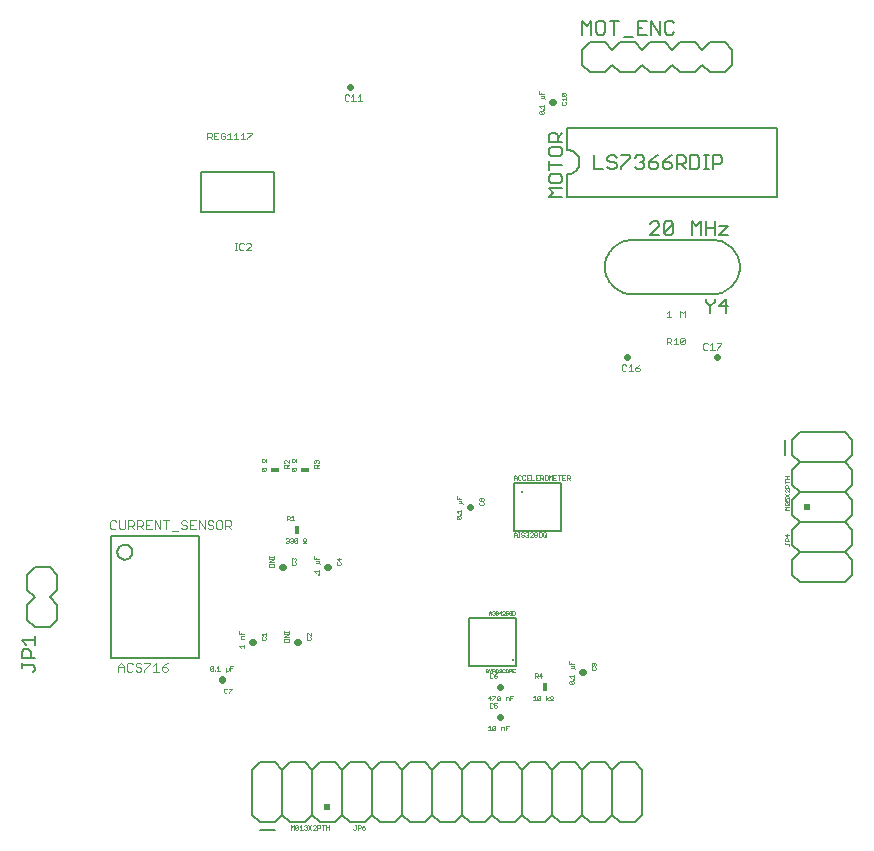
<source format=gto>
G75*
G70*
%OFA0B0*%
%FSLAX24Y24*%
%IPPOS*%
%LPD*%
%AMOC8*
5,1,8,0,0,1.08239X$1,22.5*
%
%ADD10C,0.0050*%
%ADD11C,0.0030*%
%ADD12C,0.0220*%
%ADD13C,0.0010*%
%ADD14R,0.0180X0.0300*%
%ADD15R,0.0300X0.0180*%
%ADD16C,0.0079*%
%ADD17C,0.0118*%
%ADD18C,0.0060*%
%ADD19C,0.0080*%
%ADD20C,0.0020*%
%ADD21R,0.0200X0.0200*%
D10*
X000780Y005595D02*
X000855Y005670D01*
X000855Y005745D01*
X000780Y005820D01*
X000405Y005820D01*
X000405Y005745D02*
X000405Y005895D01*
X000405Y006055D02*
X000405Y006281D01*
X000480Y006356D01*
X000630Y006356D01*
X000705Y006281D01*
X000705Y006055D01*
X000855Y006055D02*
X000405Y006055D01*
X000555Y006516D02*
X000405Y006666D01*
X000855Y006666D01*
X000855Y006516D02*
X000855Y006816D01*
X003374Y006072D02*
X003374Y010128D01*
X006326Y010128D01*
X006326Y006072D01*
X003374Y006072D01*
X003600Y009600D02*
X003602Y009631D01*
X003608Y009662D01*
X003618Y009692D01*
X003631Y009720D01*
X003648Y009747D01*
X003668Y009771D01*
X003691Y009793D01*
X003716Y009811D01*
X003744Y009826D01*
X003773Y009838D01*
X003803Y009846D01*
X003834Y009850D01*
X003866Y009850D01*
X003897Y009846D01*
X003927Y009838D01*
X003956Y009826D01*
X003984Y009811D01*
X004009Y009793D01*
X004032Y009771D01*
X004052Y009747D01*
X004069Y009720D01*
X004082Y009692D01*
X004092Y009662D01*
X004098Y009631D01*
X004100Y009600D01*
X004098Y009569D01*
X004092Y009538D01*
X004082Y009508D01*
X004069Y009480D01*
X004052Y009453D01*
X004032Y009429D01*
X004009Y009407D01*
X003984Y009389D01*
X003956Y009374D01*
X003927Y009362D01*
X003897Y009354D01*
X003866Y009350D01*
X003834Y009350D01*
X003803Y009354D01*
X003773Y009362D01*
X003744Y009374D01*
X003716Y009389D01*
X003691Y009407D01*
X003668Y009429D01*
X003648Y009453D01*
X003631Y009480D01*
X003618Y009508D01*
X003608Y009538D01*
X003602Y009569D01*
X003600Y009600D01*
X015313Y007387D02*
X015313Y005813D01*
X016887Y005813D01*
X016887Y007387D01*
X015313Y007387D01*
X016813Y010313D02*
X018387Y010313D01*
X018387Y011887D01*
X016813Y011887D01*
X016813Y010313D01*
X023354Y017575D02*
X023354Y017800D01*
X023504Y017950D01*
X023504Y018025D01*
X023354Y017800D02*
X023204Y017950D01*
X023204Y018025D01*
X023665Y017800D02*
X023965Y017800D01*
X023890Y017575D02*
X023890Y018025D01*
X023665Y017800D01*
X023665Y020175D02*
X023965Y020175D01*
X023965Y020475D02*
X023665Y020475D01*
X023504Y020400D02*
X023204Y020400D01*
X023204Y020175D02*
X023204Y020625D01*
X023044Y020625D02*
X023044Y020175D01*
X022744Y020175D02*
X022744Y020625D01*
X022894Y020475D01*
X023044Y020625D01*
X023504Y020625D02*
X023504Y020175D01*
X023665Y020175D02*
X023965Y020475D01*
X022123Y020550D02*
X022123Y020250D01*
X022048Y020175D01*
X021898Y020175D01*
X021823Y020250D01*
X022123Y020550D01*
X022048Y020625D01*
X021898Y020625D01*
X021823Y020550D01*
X021823Y020250D01*
X021663Y020175D02*
X021363Y020175D01*
X021663Y020475D01*
X021663Y020550D01*
X021588Y020625D01*
X021438Y020625D01*
X021363Y020550D01*
X021392Y022375D02*
X021542Y022375D01*
X021617Y022450D01*
X021617Y022525D01*
X021542Y022600D01*
X021317Y022600D01*
X021317Y022450D01*
X021392Y022375D01*
X021317Y022600D02*
X021467Y022750D01*
X021617Y022825D01*
X021777Y022600D02*
X022002Y022600D01*
X022077Y022525D01*
X022077Y022450D01*
X022002Y022375D01*
X021852Y022375D01*
X021777Y022450D01*
X021777Y022600D01*
X021927Y022750D01*
X022077Y022825D01*
X022237Y022825D02*
X022463Y022825D01*
X022538Y022750D01*
X022538Y022600D01*
X022463Y022525D01*
X022237Y022525D01*
X022237Y022375D02*
X022237Y022825D01*
X022387Y022525D02*
X022538Y022375D01*
X022698Y022375D02*
X022923Y022375D01*
X022998Y022450D01*
X022998Y022750D01*
X022923Y022825D01*
X022698Y022825D01*
X022698Y022375D01*
X023158Y022375D02*
X023308Y022375D01*
X023233Y022375D02*
X023233Y022825D01*
X023158Y022825D02*
X023308Y022825D01*
X023465Y022825D02*
X023690Y022825D01*
X023765Y022750D01*
X023765Y022600D01*
X023690Y022525D01*
X023465Y022525D01*
X023465Y022375D02*
X023465Y022825D01*
X021156Y022750D02*
X021156Y022675D01*
X021081Y022600D01*
X021156Y022525D01*
X021156Y022450D01*
X021081Y022375D01*
X020931Y022375D01*
X020856Y022450D01*
X021006Y022600D02*
X021081Y022600D01*
X021156Y022750D02*
X021081Y022825D01*
X020931Y022825D01*
X020856Y022750D01*
X020696Y022750D02*
X020396Y022450D01*
X020396Y022375D01*
X020236Y022450D02*
X020236Y022525D01*
X020161Y022600D01*
X020010Y022600D01*
X019935Y022675D01*
X019935Y022750D01*
X020010Y022825D01*
X020161Y022825D01*
X020236Y022750D01*
X020396Y022825D02*
X020696Y022825D01*
X020696Y022750D01*
X020236Y022450D02*
X020161Y022375D01*
X020010Y022375D01*
X019935Y022450D01*
X019775Y022375D02*
X019475Y022375D01*
X019475Y022825D01*
X018425Y022881D02*
X018425Y023031D01*
X018350Y023106D01*
X018050Y023106D01*
X017975Y023031D01*
X017975Y022881D01*
X018050Y022806D01*
X018350Y022806D01*
X018425Y022881D01*
X018425Y022496D02*
X017975Y022496D01*
X017975Y022346D02*
X017975Y022646D01*
X018050Y022186D02*
X017975Y022111D01*
X017975Y021960D01*
X018050Y021885D01*
X018350Y021885D01*
X018425Y021960D01*
X018425Y022111D01*
X018350Y022186D01*
X018050Y022186D01*
X017975Y021725D02*
X018425Y021725D01*
X018425Y021425D02*
X017975Y021425D01*
X018125Y021575D01*
X017975Y021725D01*
X017975Y023267D02*
X017975Y023492D01*
X018050Y023567D01*
X018200Y023567D01*
X018275Y023492D01*
X018275Y023267D01*
X018275Y023417D02*
X018425Y023567D01*
X018425Y023267D02*
X017975Y023267D01*
X019095Y026845D02*
X019095Y027295D01*
X019245Y027145D01*
X019395Y027295D01*
X019395Y026845D01*
X019555Y026920D02*
X019555Y027220D01*
X019630Y027295D01*
X019781Y027295D01*
X019856Y027220D01*
X019856Y026920D01*
X019781Y026845D01*
X019630Y026845D01*
X019555Y026920D01*
X020016Y027295D02*
X020316Y027295D01*
X020166Y027295D02*
X020166Y026845D01*
X020476Y026770D02*
X020776Y026770D01*
X020937Y026845D02*
X021237Y026845D01*
X021397Y026845D02*
X021397Y027295D01*
X021697Y026845D01*
X021697Y027295D01*
X021857Y027220D02*
X021857Y026920D01*
X021932Y026845D01*
X022083Y026845D01*
X022158Y026920D01*
X022158Y027220D02*
X022083Y027295D01*
X021932Y027295D01*
X021857Y027220D01*
X021237Y027295D02*
X020937Y027295D01*
X020937Y026845D01*
X020937Y027070D02*
X021087Y027070D01*
D11*
X007341Y010655D02*
X007389Y010607D01*
X007389Y010510D01*
X007341Y010462D01*
X007195Y010462D01*
X007195Y010365D02*
X007195Y010655D01*
X007341Y010655D01*
X007292Y010462D02*
X007389Y010365D01*
X007094Y010413D02*
X007094Y010607D01*
X007046Y010655D01*
X006949Y010655D01*
X006901Y010607D01*
X006901Y010413D01*
X006949Y010365D01*
X007046Y010365D01*
X007094Y010413D01*
X006800Y010413D02*
X006751Y010365D01*
X006655Y010365D01*
X006606Y010413D01*
X006655Y010510D02*
X006751Y010510D01*
X006800Y010462D01*
X006800Y010413D01*
X006655Y010510D02*
X006606Y010558D01*
X006606Y010607D01*
X006655Y010655D01*
X006751Y010655D01*
X006800Y010607D01*
X006505Y010655D02*
X006505Y010365D01*
X006312Y010655D01*
X006312Y010365D01*
X006210Y010365D02*
X006017Y010365D01*
X006017Y010655D01*
X006210Y010655D01*
X006114Y010510D02*
X006017Y010510D01*
X005916Y010462D02*
X005916Y010413D01*
X005867Y010365D01*
X005771Y010365D01*
X005722Y010413D01*
X005771Y010510D02*
X005722Y010558D01*
X005722Y010607D01*
X005771Y010655D01*
X005867Y010655D01*
X005916Y010607D01*
X005867Y010510D02*
X005916Y010462D01*
X005867Y010510D02*
X005771Y010510D01*
X005621Y010317D02*
X005428Y010317D01*
X005230Y010365D02*
X005230Y010655D01*
X005326Y010655D02*
X005133Y010655D01*
X005032Y010655D02*
X005032Y010365D01*
X004838Y010655D01*
X004838Y010365D01*
X004737Y010365D02*
X004544Y010365D01*
X004544Y010655D01*
X004737Y010655D01*
X004640Y010510D02*
X004544Y010510D01*
X004442Y010510D02*
X004394Y010462D01*
X004249Y010462D01*
X004346Y010462D02*
X004442Y010365D01*
X004442Y010510D02*
X004442Y010607D01*
X004394Y010655D01*
X004249Y010655D01*
X004249Y010365D01*
X004148Y010365D02*
X004051Y010462D01*
X004099Y010462D02*
X003954Y010462D01*
X003954Y010365D02*
X003954Y010655D01*
X004099Y010655D01*
X004148Y010607D01*
X004148Y010510D01*
X004099Y010462D01*
X003853Y010413D02*
X003805Y010365D01*
X003708Y010365D01*
X003660Y010413D01*
X003660Y010655D01*
X003558Y010607D02*
X003510Y010655D01*
X003413Y010655D01*
X003365Y010607D01*
X003365Y010413D01*
X003413Y010365D01*
X003510Y010365D01*
X003558Y010413D01*
X003853Y010413D02*
X003853Y010655D01*
X003958Y005905D02*
X003910Y005857D01*
X003910Y005663D01*
X003958Y005615D01*
X004055Y005615D01*
X004103Y005663D01*
X004204Y005663D02*
X004253Y005615D01*
X004349Y005615D01*
X004398Y005663D01*
X004398Y005712D01*
X004349Y005760D01*
X004253Y005760D01*
X004204Y005808D01*
X004204Y005857D01*
X004253Y005905D01*
X004349Y005905D01*
X004398Y005857D01*
X004499Y005905D02*
X004692Y005905D01*
X004692Y005857D01*
X004499Y005663D01*
X004499Y005615D01*
X004794Y005615D02*
X004987Y005615D01*
X004890Y005615D02*
X004890Y005905D01*
X004794Y005808D01*
X005088Y005760D02*
X005233Y005760D01*
X005282Y005712D01*
X005282Y005663D01*
X005233Y005615D01*
X005137Y005615D01*
X005088Y005663D01*
X005088Y005760D01*
X005185Y005857D01*
X005282Y005905D01*
X004103Y005857D02*
X004055Y005905D01*
X003958Y005905D01*
X003808Y005808D02*
X003808Y005615D01*
X003808Y005760D02*
X003615Y005760D01*
X003615Y005808D02*
X003712Y005905D01*
X003808Y005808D01*
X003615Y005808D02*
X003615Y005615D01*
D12*
X007100Y005362D02*
X007100Y005338D01*
X008088Y006600D02*
X008112Y006600D01*
X009588Y006600D02*
X009612Y006600D01*
X009112Y009100D02*
X009088Y009100D01*
X010588Y009100D02*
X010612Y009100D01*
X015338Y011100D02*
X015362Y011100D01*
X020600Y016088D02*
X020600Y016112D01*
X023600Y016112D02*
X023600Y016088D01*
X018112Y024600D02*
X018088Y024600D01*
X011350Y025088D02*
X011350Y025112D01*
X019088Y005600D02*
X019112Y005600D01*
X016350Y005112D02*
X016350Y005088D01*
X016350Y004112D02*
X016350Y004088D01*
D13*
X016177Y003805D02*
X016202Y003780D01*
X016102Y003680D01*
X016127Y003655D01*
X016177Y003655D01*
X016202Y003680D01*
X016202Y003780D01*
X016177Y003805D02*
X016127Y003805D01*
X016102Y003780D01*
X016102Y003680D01*
X016055Y003655D02*
X015955Y003655D01*
X016005Y003655D02*
X016005Y003805D01*
X015955Y003755D01*
X016397Y003755D02*
X016472Y003755D01*
X016497Y003730D01*
X016497Y003655D01*
X016544Y003655D02*
X016544Y003805D01*
X016644Y003805D01*
X016594Y003730D02*
X016544Y003730D01*
X016397Y003755D02*
X016397Y003655D01*
X016227Y004405D02*
X016177Y004405D01*
X016152Y004430D01*
X016105Y004430D02*
X016080Y004405D01*
X016030Y004405D01*
X016005Y004430D01*
X016005Y004530D01*
X016030Y004555D01*
X016080Y004555D01*
X016105Y004530D01*
X016152Y004555D02*
X016152Y004480D01*
X016202Y004505D01*
X016227Y004505D01*
X016252Y004480D01*
X016252Y004430D01*
X016227Y004405D01*
X016252Y004555D02*
X016152Y004555D01*
X016102Y004655D02*
X016102Y004680D01*
X016202Y004780D01*
X016202Y004805D01*
X016102Y004805D01*
X016030Y004805D02*
X015955Y004730D01*
X016055Y004730D01*
X016030Y004655D02*
X016030Y004805D01*
X016250Y004780D02*
X016250Y004680D01*
X016350Y004780D01*
X016350Y004680D01*
X016325Y004655D01*
X016275Y004655D01*
X016250Y004680D01*
X016250Y004780D02*
X016275Y004805D01*
X016325Y004805D01*
X016350Y004780D01*
X016544Y004755D02*
X016619Y004755D01*
X016644Y004730D01*
X016644Y004655D01*
X016692Y004655D02*
X016692Y004805D01*
X016792Y004805D01*
X016742Y004730D02*
X016692Y004730D01*
X016544Y004755D02*
X016544Y004655D01*
X016227Y005405D02*
X016252Y005430D01*
X016252Y005455D01*
X016227Y005480D01*
X016152Y005480D01*
X016152Y005430D01*
X016177Y005405D01*
X016227Y005405D01*
X016152Y005480D02*
X016202Y005530D01*
X016252Y005555D01*
X016265Y005589D02*
X016283Y005608D01*
X016283Y005681D01*
X016265Y005699D01*
X016228Y005699D01*
X016210Y005681D01*
X016210Y005608D01*
X016228Y005589D01*
X016265Y005589D01*
X016320Y005608D02*
X016339Y005589D01*
X016375Y005589D01*
X016394Y005608D01*
X016394Y005626D01*
X016375Y005644D01*
X016339Y005644D01*
X016320Y005663D01*
X016320Y005681D01*
X016339Y005699D01*
X016375Y005699D01*
X016394Y005681D01*
X016431Y005681D02*
X016431Y005608D01*
X016449Y005589D01*
X016486Y005589D01*
X016504Y005608D01*
X016541Y005608D02*
X016560Y005589D01*
X016596Y005589D01*
X016615Y005608D01*
X016615Y005681D01*
X016596Y005699D01*
X016560Y005699D01*
X016541Y005681D01*
X016541Y005608D01*
X016504Y005681D02*
X016486Y005699D01*
X016449Y005699D01*
X016431Y005681D01*
X016652Y005699D02*
X016652Y005589D01*
X016652Y005626D02*
X016707Y005626D01*
X016725Y005644D01*
X016725Y005681D01*
X016707Y005699D01*
X016652Y005699D01*
X016762Y005699D02*
X016762Y005589D01*
X016836Y005589D01*
X016799Y005644D02*
X016762Y005644D01*
X016762Y005699D02*
X016836Y005699D01*
X016173Y005681D02*
X016173Y005644D01*
X016154Y005626D01*
X016099Y005626D01*
X016099Y005589D02*
X016099Y005699D01*
X016154Y005699D01*
X016173Y005681D01*
X016136Y005626D02*
X016173Y005589D01*
X016105Y005530D02*
X016080Y005555D01*
X016030Y005555D01*
X016005Y005530D01*
X016005Y005430D01*
X016030Y005405D01*
X016080Y005405D01*
X016105Y005430D01*
X016025Y005589D02*
X016025Y005644D01*
X016062Y005681D01*
X016062Y005699D01*
X016025Y005644D02*
X015989Y005681D01*
X015989Y005699D01*
X015952Y005681D02*
X015933Y005699D01*
X015897Y005699D01*
X015878Y005681D01*
X015878Y005608D01*
X015897Y005589D01*
X015933Y005589D01*
X015952Y005608D01*
X015952Y005644D01*
X015915Y005644D01*
X017455Y004755D02*
X017505Y004805D01*
X017505Y004655D01*
X017455Y004655D02*
X017555Y004655D01*
X017602Y004680D02*
X017702Y004780D01*
X017702Y004680D01*
X017677Y004655D01*
X017627Y004655D01*
X017602Y004680D01*
X017602Y004780D01*
X017627Y004805D01*
X017677Y004805D01*
X017702Y004780D01*
X017897Y004805D02*
X017897Y004655D01*
X017897Y004705D02*
X017972Y004755D01*
X018020Y004730D02*
X018020Y004780D01*
X018045Y004805D01*
X018095Y004805D01*
X018120Y004780D01*
X018120Y004730D01*
X018095Y004705D01*
X018095Y004655D01*
X018120Y004655D01*
X018045Y004655D02*
X018045Y004705D01*
X018020Y004730D01*
X018020Y004655D02*
X018045Y004655D01*
X017972Y004655D02*
X017897Y004705D01*
X017727Y005405D02*
X017727Y005555D01*
X017652Y005480D01*
X017752Y005480D01*
X017605Y005480D02*
X017580Y005455D01*
X017505Y005455D01*
X017505Y005405D02*
X017505Y005555D01*
X017580Y005555D01*
X017605Y005530D01*
X017605Y005480D01*
X017555Y005455D02*
X017605Y005405D01*
X018655Y005466D02*
X018805Y005466D01*
X018805Y005416D02*
X018805Y005516D01*
X018705Y005416D02*
X018655Y005466D01*
X018780Y005367D02*
X018805Y005367D01*
X018805Y005342D01*
X018780Y005342D01*
X018780Y005367D01*
X018780Y005295D02*
X018805Y005270D01*
X018805Y005220D01*
X018780Y005195D01*
X018680Y005295D01*
X018780Y005295D01*
X018680Y005295D02*
X018655Y005270D01*
X018655Y005220D01*
X018680Y005195D01*
X018780Y005195D01*
X018855Y005710D02*
X018830Y005735D01*
X018780Y005735D01*
X018805Y005760D01*
X018805Y005785D01*
X018780Y005810D01*
X018730Y005810D01*
X018730Y005858D02*
X018730Y005908D01*
X018655Y005858D02*
X018655Y005958D01*
X018655Y005858D02*
X018805Y005858D01*
X018780Y005735D02*
X018730Y005735D01*
X019405Y005735D02*
X019405Y005685D01*
X019430Y005660D01*
X019530Y005660D01*
X019555Y005685D01*
X019555Y005735D01*
X019530Y005760D01*
X019530Y005808D02*
X019555Y005833D01*
X019555Y005883D01*
X019530Y005908D01*
X019430Y005908D01*
X019405Y005883D01*
X019405Y005833D01*
X019430Y005808D01*
X019455Y005808D01*
X019480Y005833D01*
X019480Y005908D01*
X019430Y005760D02*
X019405Y005735D01*
X016836Y007527D02*
X016836Y007600D01*
X016817Y007619D01*
X016762Y007619D01*
X016762Y007509D01*
X016817Y007509D01*
X016836Y007527D01*
X016725Y007527D02*
X016707Y007509D01*
X016670Y007509D01*
X016652Y007527D01*
X016725Y007600D01*
X016725Y007527D01*
X016652Y007527D02*
X016652Y007600D01*
X016670Y007619D01*
X016707Y007619D01*
X016725Y007600D01*
X016615Y007619D02*
X016541Y007619D01*
X016541Y007564D01*
X016578Y007582D01*
X016596Y007582D01*
X016615Y007564D01*
X016615Y007527D01*
X016596Y007509D01*
X016560Y007509D01*
X016541Y007527D01*
X016504Y007509D02*
X016431Y007509D01*
X016504Y007582D01*
X016504Y007600D01*
X016486Y007619D01*
X016449Y007619D01*
X016431Y007600D01*
X016394Y007564D02*
X016320Y007564D01*
X016375Y007619D01*
X016375Y007509D01*
X016283Y007527D02*
X016283Y007564D01*
X016246Y007564D01*
X016210Y007600D02*
X016210Y007527D01*
X016228Y007509D01*
X016265Y007509D01*
X016283Y007527D01*
X016283Y007600D02*
X016265Y007619D01*
X016228Y007619D01*
X016210Y007600D01*
X016173Y007600D02*
X016173Y007582D01*
X016154Y007564D01*
X016173Y007545D01*
X016173Y007527D01*
X016154Y007509D01*
X016118Y007509D01*
X016099Y007527D01*
X016062Y007509D02*
X016062Y007582D01*
X016025Y007619D01*
X015989Y007582D01*
X015989Y007509D01*
X015989Y007564D02*
X016062Y007564D01*
X016099Y007600D02*
X016118Y007619D01*
X016154Y007619D01*
X016173Y007600D01*
X016154Y007564D02*
X016136Y007564D01*
X016805Y010105D02*
X016805Y010205D01*
X016855Y010255D01*
X016905Y010205D01*
X016905Y010105D01*
X016952Y010105D02*
X017002Y010105D01*
X016977Y010105D02*
X016977Y010255D01*
X016952Y010255D02*
X017002Y010255D01*
X017051Y010230D02*
X017051Y010205D01*
X017076Y010180D01*
X017126Y010180D01*
X017151Y010155D01*
X017151Y010130D01*
X017126Y010105D01*
X017076Y010105D01*
X017051Y010130D01*
X017051Y010230D02*
X017076Y010255D01*
X017126Y010255D01*
X017151Y010230D01*
X017198Y010230D02*
X017223Y010255D01*
X017273Y010255D01*
X017298Y010230D01*
X017298Y010205D01*
X017273Y010180D01*
X017298Y010155D01*
X017298Y010130D01*
X017273Y010105D01*
X017223Y010105D01*
X017198Y010130D01*
X017248Y010180D02*
X017273Y010180D01*
X017345Y010230D02*
X017370Y010255D01*
X017420Y010255D01*
X017445Y010230D01*
X017445Y010205D01*
X017345Y010105D01*
X017445Y010105D01*
X017493Y010130D02*
X017493Y010155D01*
X017518Y010180D01*
X017568Y010180D01*
X017593Y010155D01*
X017593Y010130D01*
X017568Y010105D01*
X017518Y010105D01*
X017493Y010130D01*
X017518Y010180D02*
X017493Y010205D01*
X017493Y010230D01*
X017518Y010255D01*
X017568Y010255D01*
X017593Y010230D01*
X017593Y010205D01*
X017568Y010180D01*
X017640Y010255D02*
X017640Y010105D01*
X017715Y010105D01*
X017740Y010130D01*
X017740Y010230D01*
X017715Y010255D01*
X017640Y010255D01*
X017787Y010230D02*
X017812Y010255D01*
X017862Y010255D01*
X017887Y010230D01*
X017887Y010130D01*
X017862Y010105D01*
X017812Y010105D01*
X017787Y010130D01*
X017787Y010230D01*
X017837Y010155D02*
X017887Y010105D01*
X016905Y010180D02*
X016805Y010180D01*
X015805Y011185D02*
X015805Y011235D01*
X015780Y011260D01*
X015780Y011308D02*
X015755Y011308D01*
X015730Y011333D01*
X015730Y011383D01*
X015755Y011408D01*
X015780Y011408D01*
X015805Y011383D01*
X015805Y011333D01*
X015780Y011308D01*
X015730Y011333D02*
X015705Y011308D01*
X015680Y011308D01*
X015655Y011333D01*
X015655Y011383D01*
X015680Y011408D01*
X015705Y011408D01*
X015730Y011383D01*
X015680Y011260D02*
X015655Y011235D01*
X015655Y011185D01*
X015680Y011160D01*
X015780Y011160D01*
X015805Y011185D01*
X015105Y011210D02*
X015080Y011235D01*
X015030Y011235D01*
X015055Y011260D01*
X015055Y011285D01*
X015030Y011310D01*
X014980Y011310D01*
X014980Y011358D02*
X014980Y011408D01*
X014905Y011358D02*
X014905Y011458D01*
X014905Y011358D02*
X015055Y011358D01*
X015030Y011235D02*
X014980Y011235D01*
X015055Y011016D02*
X015055Y010916D01*
X015055Y010867D02*
X015055Y010842D01*
X015030Y010842D01*
X015030Y010867D01*
X015055Y010867D01*
X015030Y010795D02*
X015055Y010770D01*
X015055Y010720D01*
X015030Y010695D01*
X014930Y010795D01*
X015030Y010795D01*
X014930Y010795D02*
X014905Y010770D01*
X014905Y010720D01*
X014930Y010695D01*
X015030Y010695D01*
X014955Y010916D02*
X014905Y010966D01*
X015055Y010966D01*
X016805Y012005D02*
X016805Y012105D01*
X016855Y012155D01*
X016905Y012105D01*
X016905Y012005D01*
X016952Y012030D02*
X016952Y012130D01*
X016977Y012155D01*
X017027Y012155D01*
X017052Y012130D01*
X017100Y012130D02*
X017100Y012030D01*
X017125Y012005D01*
X017175Y012005D01*
X017200Y012030D01*
X017247Y012005D02*
X017247Y012155D01*
X017347Y012155D01*
X017394Y012155D02*
X017394Y012005D01*
X017494Y012005D01*
X017542Y012005D02*
X017542Y012155D01*
X017642Y012155D01*
X017689Y012155D02*
X017764Y012155D01*
X017789Y012130D01*
X017789Y012080D01*
X017764Y012055D01*
X017689Y012055D01*
X017739Y012055D02*
X017789Y012005D01*
X017836Y012030D02*
X017836Y012130D01*
X017861Y012155D01*
X017911Y012155D01*
X017936Y012130D01*
X017936Y012030D01*
X017911Y012005D01*
X017861Y012005D01*
X017836Y012030D01*
X017689Y012005D02*
X017689Y012155D01*
X017592Y012080D02*
X017542Y012080D01*
X017542Y012005D02*
X017642Y012005D01*
X017347Y012005D02*
X017247Y012005D01*
X017247Y012080D02*
X017297Y012080D01*
X017200Y012130D02*
X017175Y012155D01*
X017125Y012155D01*
X017100Y012130D01*
X017052Y012030D02*
X017027Y012005D01*
X016977Y012005D01*
X016952Y012030D01*
X016905Y012080D02*
X016805Y012080D01*
X017984Y012005D02*
X017984Y012155D01*
X018034Y012105D01*
X018084Y012155D01*
X018084Y012005D01*
X018131Y012005D02*
X018231Y012005D01*
X018181Y012080D02*
X018131Y012080D01*
X018131Y012155D02*
X018131Y012005D01*
X018131Y012155D02*
X018231Y012155D01*
X018278Y012155D02*
X018378Y012155D01*
X018426Y012155D02*
X018426Y012005D01*
X018526Y012005D01*
X018573Y012005D02*
X018573Y012155D01*
X018648Y012155D01*
X018673Y012130D01*
X018673Y012080D01*
X018648Y012055D01*
X018573Y012055D01*
X018623Y012055D02*
X018673Y012005D01*
X018526Y012155D02*
X018426Y012155D01*
X018426Y012080D02*
X018476Y012080D01*
X018328Y012005D02*
X018328Y012155D01*
X011055Y009383D02*
X010905Y009383D01*
X010980Y009308D01*
X010980Y009408D01*
X011030Y009260D02*
X011055Y009235D01*
X011055Y009185D01*
X011030Y009160D01*
X010930Y009160D01*
X010905Y009185D01*
X010905Y009235D01*
X010930Y009260D01*
X010355Y009210D02*
X010330Y009235D01*
X010280Y009235D01*
X010305Y009260D01*
X010305Y009285D01*
X010280Y009310D01*
X010230Y009310D01*
X010230Y009358D02*
X010230Y009408D01*
X010155Y009358D02*
X010155Y009458D01*
X010155Y009358D02*
X010305Y009358D01*
X010280Y009235D02*
X010230Y009235D01*
X010305Y009016D02*
X010305Y008916D01*
X010305Y008867D02*
X010305Y008842D01*
X010280Y008842D01*
X010280Y008867D01*
X010305Y008867D01*
X010305Y008966D02*
X010155Y008966D01*
X010205Y008916D01*
X009555Y009185D02*
X009555Y009235D01*
X009530Y009260D01*
X009530Y009308D02*
X009555Y009333D01*
X009555Y009383D01*
X009530Y009408D01*
X009505Y009408D01*
X009480Y009383D01*
X009480Y009358D01*
X009480Y009383D02*
X009455Y009408D01*
X009430Y009408D01*
X009405Y009383D01*
X009405Y009333D01*
X009430Y009308D01*
X009430Y009260D02*
X009405Y009235D01*
X009405Y009185D01*
X009430Y009160D01*
X009530Y009160D01*
X009555Y009185D01*
X009575Y009905D02*
X009525Y009905D01*
X009500Y009930D01*
X009600Y010030D01*
X009600Y009930D01*
X009575Y009905D01*
X009500Y009930D02*
X009500Y010030D01*
X009525Y010055D01*
X009575Y010055D01*
X009600Y010030D01*
X009452Y010030D02*
X009452Y010005D01*
X009427Y009980D01*
X009452Y009955D01*
X009452Y009930D01*
X009427Y009905D01*
X009377Y009905D01*
X009352Y009930D01*
X009305Y009930D02*
X009280Y009905D01*
X009230Y009905D01*
X009205Y009930D01*
X009255Y009980D02*
X009280Y009980D01*
X009305Y009955D01*
X009305Y009930D01*
X009280Y009980D02*
X009305Y010005D01*
X009305Y010030D01*
X009280Y010055D01*
X009230Y010055D01*
X009205Y010030D01*
X009352Y010030D02*
X009377Y010055D01*
X009427Y010055D01*
X009452Y010030D01*
X009427Y009980D02*
X009402Y009980D01*
X009794Y009980D02*
X009794Y010030D01*
X009819Y010055D01*
X009869Y010055D01*
X009894Y010030D01*
X009894Y009980D01*
X009869Y009955D01*
X009869Y009905D01*
X009894Y009905D01*
X009819Y009905D02*
X009819Y009955D01*
X009794Y009980D01*
X009794Y009905D02*
X009819Y009905D01*
X009502Y010655D02*
X009402Y010655D01*
X009355Y010655D02*
X009305Y010705D01*
X009330Y010705D02*
X009255Y010705D01*
X009255Y010655D02*
X009255Y010805D01*
X009330Y010805D01*
X009355Y010780D01*
X009355Y010730D01*
X009330Y010705D01*
X009402Y010755D02*
X009452Y010805D01*
X009452Y010655D01*
X008805Y009457D02*
X008805Y009407D01*
X008805Y009432D02*
X008655Y009432D01*
X008655Y009407D02*
X008655Y009457D01*
X008655Y009360D02*
X008805Y009360D01*
X008655Y009259D01*
X008805Y009259D01*
X008780Y009212D02*
X008680Y009212D01*
X008655Y009187D01*
X008655Y009112D01*
X008805Y009112D01*
X008805Y009187D01*
X008780Y009212D01*
X009155Y006957D02*
X009155Y006907D01*
X009155Y006932D02*
X009305Y006932D01*
X009305Y006907D02*
X009305Y006957D01*
X009305Y006860D02*
X009155Y006860D01*
X009155Y006759D02*
X009305Y006860D01*
X009305Y006759D02*
X009155Y006759D01*
X009180Y006712D02*
X009155Y006687D01*
X009155Y006612D01*
X009305Y006612D01*
X009305Y006687D01*
X009280Y006712D01*
X009180Y006712D01*
X008555Y006735D02*
X008530Y006760D01*
X008555Y006735D02*
X008555Y006685D01*
X008530Y006660D01*
X008430Y006660D01*
X008405Y006685D01*
X008405Y006735D01*
X008430Y006760D01*
X008455Y006808D02*
X008405Y006858D01*
X008555Y006858D01*
X008555Y006808D02*
X008555Y006908D01*
X007805Y006858D02*
X007655Y006858D01*
X007655Y006958D01*
X007730Y006908D02*
X007730Y006858D01*
X007730Y006810D02*
X007805Y006810D01*
X007730Y006810D02*
X007705Y006785D01*
X007705Y006710D01*
X007805Y006710D01*
X007805Y006516D02*
X007805Y006416D01*
X007805Y006466D02*
X007655Y006466D01*
X007705Y006416D01*
X007458Y005795D02*
X007358Y005795D01*
X007358Y005645D01*
X007310Y005670D02*
X007310Y005720D01*
X007358Y005720D02*
X007408Y005720D01*
X007310Y005670D02*
X007285Y005645D01*
X007260Y005645D01*
X007235Y005670D01*
X007235Y005620D01*
X007210Y005595D01*
X007235Y005670D02*
X007235Y005720D01*
X007016Y005645D02*
X006916Y005645D01*
X006867Y005645D02*
X006842Y005645D01*
X006842Y005670D01*
X006867Y005670D01*
X006867Y005645D01*
X006795Y005670D02*
X006770Y005645D01*
X006720Y005645D01*
X006695Y005670D01*
X006795Y005770D01*
X006795Y005670D01*
X006795Y005770D02*
X006770Y005795D01*
X006720Y005795D01*
X006695Y005770D01*
X006695Y005670D01*
X006916Y005745D02*
X006966Y005795D01*
X006966Y005645D01*
X007185Y005045D02*
X007160Y005020D01*
X007160Y004920D01*
X007185Y004895D01*
X007235Y004895D01*
X007260Y004920D01*
X007308Y004920D02*
X007308Y004895D01*
X007308Y004920D02*
X007408Y005020D01*
X007408Y005045D01*
X007308Y005045D01*
X007260Y005020D02*
X007235Y005045D01*
X007185Y005045D01*
X009905Y006685D02*
X009930Y006660D01*
X010030Y006660D01*
X010055Y006685D01*
X010055Y006735D01*
X010030Y006760D01*
X010055Y006808D02*
X009955Y006908D01*
X009930Y006908D01*
X009905Y006883D01*
X009905Y006833D01*
X009930Y006808D01*
X009930Y006760D02*
X009905Y006735D01*
X009905Y006685D01*
X010055Y006808D02*
X010055Y006908D01*
X009530Y012313D02*
X009430Y012313D01*
X009405Y012338D01*
X009405Y012388D01*
X009430Y012413D01*
X009530Y012313D01*
X009555Y012338D01*
X009555Y012388D01*
X009530Y012413D01*
X009430Y012413D01*
X009305Y012410D02*
X009155Y012410D01*
X009155Y012485D01*
X009180Y012510D01*
X009230Y012510D01*
X009255Y012485D01*
X009255Y012410D01*
X009255Y012460D02*
X009305Y012510D01*
X009305Y012558D02*
X009205Y012658D01*
X009180Y012658D01*
X009155Y012633D01*
X009155Y012583D01*
X009180Y012558D01*
X009305Y012558D02*
X009305Y012658D01*
X009405Y012683D02*
X009430Y012708D01*
X009480Y012708D01*
X009505Y012683D01*
X009555Y012683D01*
X009555Y012708D01*
X009555Y012633D02*
X009505Y012633D01*
X009480Y012608D01*
X009430Y012608D01*
X009405Y012633D01*
X009405Y012683D01*
X009555Y012633D02*
X009555Y012608D01*
X010155Y012583D02*
X010155Y012633D01*
X010180Y012658D01*
X010205Y012658D01*
X010230Y012633D01*
X010255Y012658D01*
X010280Y012658D01*
X010305Y012633D01*
X010305Y012583D01*
X010280Y012558D01*
X010305Y012510D02*
X010255Y012460D01*
X010255Y012485D02*
X010255Y012410D01*
X010305Y012410D02*
X010155Y012410D01*
X010155Y012485D01*
X010180Y012510D01*
X010230Y012510D01*
X010255Y012485D01*
X010180Y012558D02*
X010155Y012583D01*
X010230Y012608D02*
X010230Y012633D01*
X008555Y012608D02*
X008555Y012633D01*
X008505Y012633D01*
X008480Y012608D01*
X008430Y012608D01*
X008405Y012633D01*
X008405Y012683D01*
X008430Y012708D01*
X008480Y012708D01*
X008505Y012683D01*
X008555Y012683D01*
X008555Y012708D01*
X008530Y012413D02*
X008555Y012388D01*
X008555Y012338D01*
X008530Y012313D01*
X008430Y012413D01*
X008530Y012413D01*
X008530Y012313D02*
X008430Y012313D01*
X008405Y012338D01*
X008405Y012388D01*
X008430Y012413D01*
X017680Y024195D02*
X017655Y024220D01*
X017655Y024270D01*
X017680Y024295D01*
X017780Y024195D01*
X017805Y024220D01*
X017805Y024270D01*
X017780Y024295D01*
X017680Y024295D01*
X017680Y024195D02*
X017780Y024195D01*
X017780Y024342D02*
X017780Y024367D01*
X017805Y024367D01*
X017805Y024342D01*
X017780Y024342D01*
X017805Y024416D02*
X017805Y024516D01*
X017805Y024466D02*
X017655Y024466D01*
X017705Y024416D01*
X017730Y024735D02*
X017780Y024735D01*
X017830Y024735D01*
X017855Y024710D01*
X017805Y024760D02*
X017805Y024785D01*
X017780Y024810D01*
X017730Y024810D01*
X017730Y024858D02*
X017730Y024908D01*
X017655Y024858D02*
X017655Y024958D01*
X017655Y024858D02*
X017805Y024858D01*
X017805Y024760D02*
X017780Y024735D01*
X018405Y024710D02*
X018455Y024660D01*
X018430Y024613D02*
X018405Y024588D01*
X018405Y024538D01*
X018430Y024513D01*
X018530Y024513D01*
X018555Y024538D01*
X018555Y024588D01*
X018530Y024613D01*
X018555Y024660D02*
X018555Y024760D01*
X018555Y024710D02*
X018405Y024710D01*
X018430Y024808D02*
X018405Y024833D01*
X018405Y024883D01*
X018430Y024908D01*
X018530Y024808D01*
X018555Y024833D01*
X018555Y024883D01*
X018530Y024908D01*
X018430Y024908D01*
X018430Y024808D02*
X018530Y024808D01*
X025845Y012136D02*
X025995Y012136D01*
X025920Y012136D02*
X025920Y012036D01*
X025995Y012036D02*
X025845Y012036D01*
X025845Y011989D02*
X025845Y011889D01*
X025845Y011939D02*
X025995Y011939D01*
X025920Y011842D02*
X025945Y011817D01*
X025945Y011742D01*
X025995Y011742D02*
X025845Y011742D01*
X025845Y011817D01*
X025870Y011842D01*
X025920Y011842D01*
X025895Y011694D02*
X025870Y011694D01*
X025845Y011669D01*
X025845Y011619D01*
X025870Y011594D01*
X025845Y011547D02*
X025995Y011447D01*
X025970Y011400D02*
X025995Y011375D01*
X025995Y011325D01*
X025970Y011300D01*
X025970Y011252D02*
X025995Y011227D01*
X025995Y011177D01*
X025970Y011152D01*
X025870Y011252D01*
X025970Y011252D01*
X025920Y011300D02*
X025895Y011350D01*
X025895Y011375D01*
X025920Y011400D01*
X025970Y011400D01*
X025920Y011300D02*
X025845Y011300D01*
X025845Y011400D01*
X025845Y011447D02*
X025995Y011547D01*
X025995Y011594D02*
X025895Y011694D01*
X025995Y011694D02*
X025995Y011594D01*
X025870Y011252D02*
X025845Y011227D01*
X025845Y011177D01*
X025870Y011152D01*
X025970Y011152D01*
X025995Y011105D02*
X025845Y011105D01*
X025895Y011055D01*
X025845Y011005D01*
X025995Y011005D01*
X025920Y010200D02*
X025920Y010100D01*
X025845Y010175D01*
X025995Y010175D01*
X025920Y010052D02*
X025945Y010027D01*
X025945Y009952D01*
X025995Y009952D02*
X025845Y009952D01*
X025845Y010027D01*
X025870Y010052D01*
X025920Y010052D01*
X025845Y009905D02*
X025845Y009855D01*
X025845Y009880D02*
X025970Y009880D01*
X025995Y009855D01*
X025995Y009830D01*
X025970Y009805D01*
X011858Y000495D02*
X011808Y000470D01*
X011758Y000420D01*
X011833Y000420D01*
X011858Y000395D01*
X011858Y000370D01*
X011833Y000345D01*
X011783Y000345D01*
X011758Y000370D01*
X011758Y000420D01*
X011710Y000420D02*
X011685Y000395D01*
X011610Y000395D01*
X011610Y000345D02*
X011610Y000495D01*
X011685Y000495D01*
X011710Y000470D01*
X011710Y000420D01*
X011563Y000495D02*
X011513Y000495D01*
X011538Y000495D02*
X011538Y000370D01*
X011513Y000345D01*
X011488Y000345D01*
X011463Y000370D01*
X010658Y000345D02*
X010658Y000495D01*
X010658Y000420D02*
X010558Y000420D01*
X010558Y000345D02*
X010558Y000495D01*
X010510Y000495D02*
X010410Y000495D01*
X010460Y000495D02*
X010460Y000345D01*
X010363Y000420D02*
X010338Y000395D01*
X010263Y000395D01*
X010263Y000345D02*
X010263Y000495D01*
X010338Y000495D01*
X010363Y000470D01*
X010363Y000420D01*
X010216Y000445D02*
X010216Y000470D01*
X010191Y000495D01*
X010141Y000495D01*
X010116Y000470D01*
X010068Y000495D02*
X009968Y000345D01*
X009921Y000370D02*
X009896Y000345D01*
X009846Y000345D01*
X009821Y000370D01*
X009774Y000345D02*
X009674Y000345D01*
X009724Y000345D02*
X009724Y000495D01*
X009674Y000445D01*
X009626Y000470D02*
X009526Y000370D01*
X009551Y000345D01*
X009601Y000345D01*
X009626Y000370D01*
X009626Y000470D01*
X009601Y000495D01*
X009551Y000495D01*
X009526Y000470D01*
X009526Y000370D01*
X009479Y000345D02*
X009479Y000495D01*
X009429Y000445D01*
X009379Y000495D01*
X009379Y000345D01*
X009821Y000470D02*
X009846Y000495D01*
X009896Y000495D01*
X009921Y000470D01*
X009921Y000445D01*
X009896Y000420D01*
X009921Y000395D01*
X009921Y000370D01*
X009896Y000420D02*
X009871Y000420D01*
X009968Y000495D02*
X010068Y000345D01*
X010116Y000345D02*
X010216Y000445D01*
X010216Y000345D02*
X010116Y000345D01*
D14*
X017850Y005100D03*
X009600Y010350D03*
D15*
X009850Y012350D03*
X008850Y012350D03*
D16*
X017088Y011612D03*
D17*
X016789Y006000D03*
D18*
X016850Y002600D02*
X016350Y002600D01*
X016100Y002350D01*
X015850Y002600D01*
X015350Y002600D01*
X015100Y002350D01*
X014850Y002600D01*
X014350Y002600D01*
X014100Y002350D01*
X013850Y002600D01*
X013350Y002600D01*
X013100Y002350D01*
X013100Y000850D01*
X013350Y000600D01*
X013850Y000600D01*
X014100Y000850D01*
X014350Y000600D01*
X014850Y000600D01*
X015100Y000850D01*
X015350Y000600D01*
X015850Y000600D01*
X016100Y000850D01*
X016350Y000600D01*
X016850Y000600D01*
X017100Y000850D01*
X017350Y000600D01*
X017850Y000600D01*
X018100Y000850D01*
X018350Y000600D01*
X018850Y000600D01*
X019100Y000850D01*
X019350Y000600D01*
X019850Y000600D01*
X020100Y000850D01*
X020350Y000600D01*
X020850Y000600D01*
X021100Y000850D01*
X021100Y002350D01*
X020850Y002600D01*
X020350Y002600D01*
X020100Y002350D01*
X019850Y002600D01*
X019350Y002600D01*
X019100Y002350D01*
X018850Y002600D01*
X018350Y002600D01*
X018100Y002350D01*
X017850Y002600D01*
X017350Y002600D01*
X017100Y002350D01*
X016850Y002600D01*
X017100Y002350D02*
X017100Y000850D01*
X016850Y000600D01*
X016100Y000850D02*
X016100Y002350D01*
X015100Y002350D02*
X015100Y000850D01*
X014100Y000850D02*
X014100Y002350D01*
X013100Y002350D02*
X012850Y002600D01*
X012350Y002600D01*
X012100Y002350D01*
X012100Y000850D01*
X012350Y000600D01*
X012850Y000600D01*
X013100Y000850D01*
X012100Y000850D02*
X011850Y000600D01*
X011350Y000600D01*
X011100Y000850D01*
X011100Y002350D01*
X011350Y002600D01*
X011850Y002600D01*
X012100Y002350D01*
X011100Y002350D02*
X010850Y002600D01*
X010350Y002600D01*
X010100Y002350D01*
X010100Y000850D01*
X010350Y000600D01*
X010850Y000600D01*
X011100Y000850D01*
X010100Y000850D02*
X009850Y000600D01*
X009350Y000600D01*
X009100Y000850D01*
X009100Y002350D01*
X009350Y002600D01*
X009850Y002600D01*
X010100Y002350D01*
X009100Y002350D02*
X008850Y002600D01*
X008350Y002600D01*
X008100Y002350D01*
X008100Y000850D01*
X008350Y000600D01*
X008850Y000600D01*
X009100Y000850D01*
X018100Y000850D02*
X018100Y002350D01*
X019100Y002350D02*
X019100Y000850D01*
X020100Y000850D02*
X020100Y002350D01*
X026350Y008600D02*
X027850Y008600D01*
X028100Y008850D01*
X028100Y009350D01*
X027850Y009600D01*
X026350Y009600D01*
X026100Y009350D01*
X026100Y008850D01*
X026350Y008600D01*
X026350Y009600D02*
X026100Y009850D01*
X026100Y010350D01*
X026350Y010600D01*
X027850Y010600D01*
X028100Y010350D01*
X028100Y009850D01*
X027850Y009600D01*
X027850Y010600D02*
X028100Y010850D01*
X028100Y011350D01*
X027850Y011600D01*
X026350Y011600D01*
X026100Y011350D01*
X026100Y010850D01*
X026350Y010600D01*
X026350Y011600D02*
X026100Y011850D01*
X026100Y012350D01*
X026350Y012600D01*
X027850Y012600D01*
X028100Y012350D01*
X028100Y011850D01*
X027850Y011600D01*
X027850Y012600D02*
X028100Y012850D01*
X028100Y013350D01*
X027850Y013600D01*
X026350Y013600D01*
X026100Y013350D01*
X026100Y012850D01*
X026350Y012600D01*
X025600Y021450D02*
X018600Y021450D01*
X018600Y022200D01*
X018639Y022202D01*
X018678Y022208D01*
X018716Y022217D01*
X018753Y022230D01*
X018789Y022247D01*
X018822Y022267D01*
X018854Y022291D01*
X018883Y022317D01*
X018909Y022346D01*
X018933Y022378D01*
X018953Y022411D01*
X018970Y022447D01*
X018983Y022484D01*
X018992Y022522D01*
X018998Y022561D01*
X019000Y022600D01*
X018998Y022639D01*
X018992Y022678D01*
X018983Y022716D01*
X018970Y022753D01*
X018953Y022789D01*
X018933Y022822D01*
X018909Y022854D01*
X018883Y022883D01*
X018854Y022909D01*
X018822Y022933D01*
X018789Y022953D01*
X018753Y022970D01*
X018716Y022983D01*
X018678Y022992D01*
X018639Y022998D01*
X018600Y023000D01*
X018600Y023750D01*
X025600Y023750D01*
X025600Y021450D01*
X008830Y020919D02*
X006370Y020919D01*
X006370Y022281D01*
X008830Y022281D01*
X008830Y020919D01*
D19*
X019100Y025850D02*
X019350Y025600D01*
X019850Y025600D01*
X020100Y025850D01*
X020350Y025600D01*
X020850Y025600D01*
X021100Y025850D01*
X021350Y025600D01*
X021850Y025600D01*
X022100Y025850D01*
X022350Y025600D01*
X022850Y025600D01*
X023100Y025850D01*
X023350Y025600D01*
X023850Y025600D01*
X024100Y025850D01*
X024100Y026350D01*
X023850Y026600D01*
X023350Y026600D01*
X023100Y026350D01*
X022850Y026600D01*
X022350Y026600D01*
X022100Y026350D01*
X021850Y026600D01*
X021350Y026600D01*
X021100Y026350D01*
X020850Y026600D01*
X020350Y026600D01*
X020100Y026350D01*
X019850Y026600D01*
X019350Y026600D01*
X019100Y026350D01*
X019100Y025850D01*
X020750Y020000D02*
X023450Y020000D01*
X023509Y019998D01*
X023567Y019992D01*
X023626Y019983D01*
X023683Y019969D01*
X023739Y019952D01*
X023794Y019931D01*
X023848Y019907D01*
X023900Y019879D01*
X023950Y019848D01*
X023998Y019814D01*
X024043Y019777D01*
X024086Y019736D01*
X024127Y019693D01*
X024164Y019648D01*
X024198Y019600D01*
X024229Y019550D01*
X024257Y019498D01*
X024281Y019444D01*
X024302Y019389D01*
X024319Y019333D01*
X024333Y019276D01*
X024342Y019217D01*
X024348Y019159D01*
X024350Y019100D01*
X024348Y019041D01*
X024342Y018983D01*
X024333Y018924D01*
X024319Y018867D01*
X024302Y018811D01*
X024281Y018756D01*
X024257Y018702D01*
X024229Y018650D01*
X024198Y018600D01*
X024164Y018552D01*
X024127Y018507D01*
X024086Y018464D01*
X024043Y018423D01*
X023998Y018386D01*
X023950Y018352D01*
X023900Y018321D01*
X023848Y018293D01*
X023794Y018269D01*
X023739Y018248D01*
X023683Y018231D01*
X023626Y018217D01*
X023567Y018208D01*
X023509Y018202D01*
X023450Y018200D01*
X020750Y018200D01*
X020691Y018202D01*
X020633Y018208D01*
X020574Y018217D01*
X020517Y018231D01*
X020461Y018248D01*
X020406Y018269D01*
X020352Y018293D01*
X020300Y018321D01*
X020250Y018352D01*
X020202Y018386D01*
X020157Y018423D01*
X020114Y018464D01*
X020073Y018507D01*
X020036Y018552D01*
X020002Y018600D01*
X019971Y018650D01*
X019943Y018702D01*
X019919Y018756D01*
X019898Y018811D01*
X019881Y018867D01*
X019867Y018924D01*
X019858Y018983D01*
X019852Y019041D01*
X019850Y019100D01*
X019852Y019159D01*
X019858Y019217D01*
X019867Y019276D01*
X019881Y019333D01*
X019898Y019389D01*
X019919Y019444D01*
X019943Y019498D01*
X019971Y019550D01*
X020002Y019600D01*
X020036Y019648D01*
X020073Y019693D01*
X020114Y019736D01*
X020157Y019777D01*
X020202Y019814D01*
X020250Y019848D01*
X020300Y019879D01*
X020352Y019907D01*
X020406Y019931D01*
X020461Y019952D01*
X020517Y019969D01*
X020574Y019983D01*
X020633Y019992D01*
X020691Y019998D01*
X020750Y020000D01*
X025850Y013350D02*
X025850Y012850D01*
X008850Y000350D02*
X008350Y000350D01*
X001600Y007350D02*
X001600Y007850D01*
X001350Y008100D01*
X001600Y008350D01*
X001600Y008850D01*
X001350Y009100D01*
X000850Y009100D01*
X000600Y008850D01*
X000600Y008350D01*
X000850Y008100D01*
X000600Y007850D01*
X000600Y007350D01*
X000850Y007100D01*
X001350Y007100D01*
X001600Y007350D01*
D20*
X007521Y019670D02*
X007594Y019670D01*
X007557Y019670D02*
X007557Y019890D01*
X007521Y019890D02*
X007594Y019890D01*
X007668Y019853D02*
X007668Y019707D01*
X007705Y019670D01*
X007778Y019670D01*
X007815Y019707D01*
X007889Y019670D02*
X008036Y019817D01*
X008036Y019853D01*
X007999Y019890D01*
X007926Y019890D01*
X007889Y019853D01*
X007815Y019853D02*
X007778Y019890D01*
X007705Y019890D01*
X007668Y019853D01*
X007889Y019670D02*
X008036Y019670D01*
X007927Y023357D02*
X007927Y023394D01*
X008073Y023541D01*
X008073Y023578D01*
X007927Y023578D01*
X007779Y023578D02*
X007779Y023357D01*
X007706Y023357D02*
X007852Y023357D01*
X007706Y023504D02*
X007779Y023578D01*
X007558Y023578D02*
X007558Y023357D01*
X007485Y023357D02*
X007631Y023357D01*
X007485Y023504D02*
X007558Y023578D01*
X007337Y023578D02*
X007337Y023357D01*
X007264Y023357D02*
X007410Y023357D01*
X007264Y023504D02*
X007337Y023578D01*
X007189Y023541D02*
X007153Y023578D01*
X007079Y023578D01*
X007043Y023541D01*
X007043Y023394D01*
X007079Y023357D01*
X007153Y023357D01*
X007189Y023394D01*
X007189Y023468D01*
X007116Y023468D01*
X006968Y023578D02*
X006822Y023578D01*
X006822Y023357D01*
X006968Y023357D01*
X006895Y023468D02*
X006822Y023468D01*
X006747Y023468D02*
X006711Y023431D01*
X006601Y023431D01*
X006674Y023431D02*
X006747Y023357D01*
X006747Y023468D02*
X006747Y023541D01*
X006711Y023578D01*
X006601Y023578D01*
X006601Y023357D01*
X011172Y024669D02*
X011209Y024633D01*
X011282Y024633D01*
X011319Y024669D01*
X011393Y024633D02*
X011540Y024633D01*
X011466Y024633D02*
X011466Y024853D01*
X011393Y024779D01*
X011319Y024816D02*
X011282Y024853D01*
X011209Y024853D01*
X011172Y024816D01*
X011172Y024669D01*
X011614Y024633D02*
X011761Y024633D01*
X011687Y024633D02*
X011687Y024853D01*
X011614Y024779D01*
X020459Y015853D02*
X020422Y015816D01*
X020422Y015669D01*
X020459Y015633D01*
X020532Y015633D01*
X020569Y015669D01*
X020643Y015633D02*
X020790Y015633D01*
X020716Y015633D02*
X020716Y015853D01*
X020643Y015779D01*
X020569Y015816D02*
X020532Y015853D01*
X020459Y015853D01*
X020864Y015743D02*
X020864Y015669D01*
X020901Y015633D01*
X020974Y015633D01*
X021011Y015669D01*
X021011Y015706D01*
X020974Y015743D01*
X020864Y015743D01*
X020937Y015816D01*
X021011Y015853D01*
X021922Y016520D02*
X021922Y016740D01*
X022032Y016740D01*
X022069Y016703D01*
X022069Y016630D01*
X022032Y016593D01*
X021922Y016593D01*
X021995Y016593D02*
X022069Y016520D01*
X022143Y016520D02*
X022290Y016520D01*
X022216Y016520D02*
X022216Y016740D01*
X022143Y016667D01*
X022364Y016703D02*
X022401Y016740D01*
X022474Y016740D01*
X022511Y016703D01*
X022364Y016557D01*
X022401Y016520D01*
X022474Y016520D01*
X022511Y016557D01*
X022511Y016703D01*
X022364Y016703D02*
X022364Y016557D01*
X023135Y016531D02*
X023135Y016384D01*
X023172Y016347D01*
X023245Y016347D01*
X023282Y016384D01*
X023356Y016347D02*
X023503Y016347D01*
X023429Y016347D02*
X023429Y016568D01*
X023356Y016494D01*
X023282Y016531D02*
X023245Y016568D01*
X023172Y016568D01*
X023135Y016531D01*
X023577Y016568D02*
X023724Y016568D01*
X023724Y016531D01*
X023577Y016384D01*
X023577Y016347D01*
X022511Y017420D02*
X022511Y017640D01*
X022437Y017567D01*
X022364Y017640D01*
X022364Y017420D01*
X022069Y017420D02*
X021922Y017420D01*
X021995Y017420D02*
X021995Y017640D01*
X021922Y017567D01*
D21*
X026600Y011100D03*
X010600Y001100D03*
M02*

</source>
